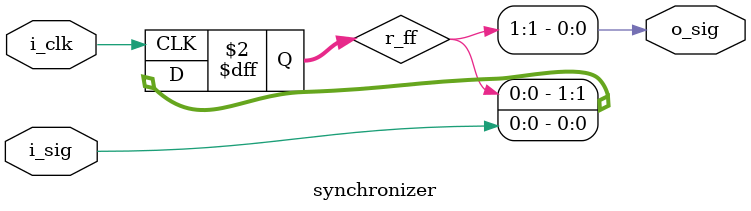
<source format=v>
/*************************************************************
 * Title : Synchronizer
 * Date  : 2019/9/22
 *************************************************************/
module synchronizer (
    input   wire            i_clk,
    input   wire            i_sig,
    output	wire			o_sig
    );

    reg	[1:0]	r_ff;
    
    always @(posedge i_clk) begin
        r_ff[1:0] <= {r_ff[0] , i_sig};
    end
    assign o_sig = r_ff[1];

endmodule

</source>
